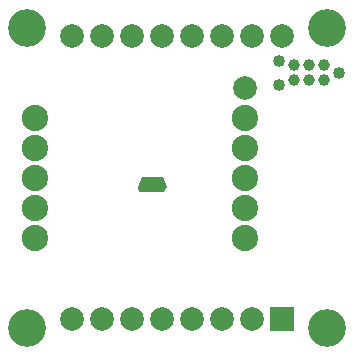
<source format=gts>
G04 DipTrace 2.3.1.0*
%INminishift_TopMask.gts*%
%MOIN*%
%ADD30C,0.126*%
%ADD31C,0.04*%
%ADD34C,0.0389*%
%ADD38C,0.0787*%
%ADD40R,0.0787X0.0787*%
%ADD46C,0.0879*%
%FSLAX44Y44*%
G04*
G70*
G90*
G75*
G01*
%LNTopMask*%
%LPD*%
D46*
X5486Y8236D3*
Y9236D3*
Y10236D3*
Y11236D3*
Y12236D3*
X12486D3*
Y11236D3*
Y10236D3*
Y9236D3*
Y8236D3*
D30*
X15236Y15236D3*
Y5236D3*
X5236D3*
Y15236D3*
D40*
X13736Y5512D3*
D38*
X12736D3*
X11736D3*
X10736D3*
X9736D3*
X8736D3*
X7736D3*
X6736D3*
Y14961D3*
X7736D3*
X8736D3*
X9736D3*
X10736D3*
X11736D3*
X12736D3*
X13736D3*
X12486Y13236D3*
D34*
X15111Y13486D3*
X14611D3*
X14111D3*
Y13986D3*
X14611D3*
X15111D3*
D31*
X15611Y13736D3*
X13611Y13336D3*
Y14136D3*
G36*
X8921Y9931D2*
X9041Y10252D1*
X9761D1*
X9881Y9931D1*
X9801Y9771D1*
X8961D1*
D1*
X8921Y9931D1*
G37*
M02*

</source>
